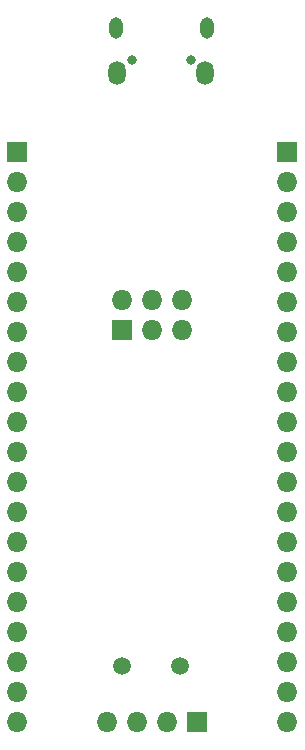
<source format=gbr>
%TF.GenerationSoftware,KiCad,Pcbnew,(5.1.6)-1*%
%TF.CreationDate,2021-02-04T14:06:32+01:00*%
%TF.ProjectId,DIY_Blackpill,4449595f-426c-4616-936b-70696c6c2e6b,rev?*%
%TF.SameCoordinates,Original*%
%TF.FileFunction,Soldermask,Bot*%
%TF.FilePolarity,Negative*%
%FSLAX46Y46*%
G04 Gerber Fmt 4.6, Leading zero omitted, Abs format (unit mm)*
G04 Created by KiCad (PCBNEW (5.1.6)-1) date 2021-02-04 14:06:32*
%MOMM*%
%LPD*%
G01*
G04 APERTURE LIST*
%ADD10O,1.720000X1.720000*%
%ADD11R,1.720000X1.720000*%
%ADD12O,1.470000X2.020000*%
%ADD13O,1.170000X1.820000*%
%ADD14O,0.820000X0.820000*%
%ADD15C,1.520000*%
G04 APERTURE END LIST*
D10*
%TO.C,J1*%
X53340000Y-96180000D03*
X53340000Y-93640000D03*
X53340000Y-91100000D03*
X53340000Y-88560000D03*
X53340000Y-86020000D03*
X53340000Y-83480000D03*
X53340000Y-80940000D03*
X53340000Y-78400000D03*
X53340000Y-75860000D03*
X53340000Y-73320000D03*
X53340000Y-70780000D03*
X53340000Y-68240000D03*
X53340000Y-65700000D03*
X53340000Y-63160000D03*
X53340000Y-60620000D03*
X53340000Y-58080000D03*
X53340000Y-55540000D03*
X53340000Y-53000000D03*
X53340000Y-50460000D03*
D11*
X53340000Y-47920000D03*
%TD*%
D10*
%TO.C,J4*%
X67310000Y-60452000D03*
X67310000Y-62992000D03*
X64770000Y-60452000D03*
X64770000Y-62992000D03*
X62230000Y-60452000D03*
D11*
X62230000Y-62992000D03*
%TD*%
%TO.C,J2*%
X76200000Y-47920000D03*
D10*
X76200000Y-50460000D03*
X76200000Y-53000000D03*
X76200000Y-55540000D03*
X76200000Y-58080000D03*
X76200000Y-60620000D03*
X76200000Y-63160000D03*
X76200000Y-65700000D03*
X76200000Y-68240000D03*
X76200000Y-70780000D03*
X76200000Y-73320000D03*
X76200000Y-75860000D03*
X76200000Y-78400000D03*
X76200000Y-80940000D03*
X76200000Y-83480000D03*
X76200000Y-86020000D03*
X76200000Y-88560000D03*
X76200000Y-91100000D03*
X76200000Y-93640000D03*
X76200000Y-96180000D03*
%TD*%
D12*
%TO.C,J3*%
X69257000Y-41220000D03*
X61807000Y-41220000D03*
D13*
X69407000Y-37420000D03*
X61657000Y-37420000D03*
D14*
X68032000Y-40170000D03*
X63032000Y-40170000D03*
%TD*%
D11*
%TO.C,J5*%
X68580000Y-96180000D03*
D10*
X66040000Y-96180000D03*
X63500000Y-96180000D03*
X60960000Y-96180000D03*
%TD*%
D15*
%TO.C,Y1*%
X67110000Y-91440000D03*
X62230000Y-91440000D03*
%TD*%
M02*

</source>
